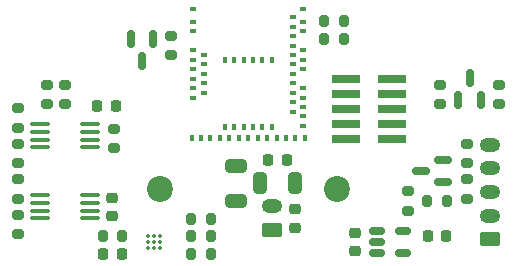
<source format=gts>
%TF.GenerationSoftware,KiCad,Pcbnew,9.0.7+1*%
%TF.CreationDate,2026-03-08T14:46:32+00:00*%
%TF.ProjectId,Test_5,54657374-5f35-42e6-9b69-6361645f7063,NO_TAG+ (Unreleased)*%
%TF.SameCoordinates,Original*%
%TF.FileFunction,Soldermask,Top*%
%TF.FilePolarity,Negative*%
%FSLAX46Y46*%
G04 Gerber Fmt 4.6, Leading zero omitted, Abs format (unit mm)*
G04 Created by KiCad (PCBNEW 9.0.7+1) date 2026-03-08 14:46:32*
%MOMM*%
%LPD*%
G01*
G04 APERTURE LIST*
G04 Aperture macros list*
%AMRoundRect*
0 Rectangle with rounded corners*
0 $1 Rounding radius*
0 $2 $3 $4 $5 $6 $7 $8 $9 X,Y pos of 4 corners*
0 Add a 4 corners polygon primitive as box body*
4,1,4,$2,$3,$4,$5,$6,$7,$8,$9,$2,$3,0*
0 Add four circle primitives for the rounded corners*
1,1,$1+$1,$2,$3*
1,1,$1+$1,$4,$5*
1,1,$1+$1,$6,$7*
1,1,$1+$1,$8,$9*
0 Add four rect primitives between the rounded corners*
20,1,$1+$1,$2,$3,$4,$5,0*
20,1,$1+$1,$4,$5,$6,$7,0*
20,1,$1+$1,$6,$7,$8,$9,0*
20,1,$1+$1,$8,$9,$2,$3,0*%
G04 Aperture macros list end*
%ADD10RoundRect,0.225000X-0.225000X-0.250000X0.225000X-0.250000X0.225000X0.250000X-0.225000X0.250000X0*%
%ADD11RoundRect,0.200000X-0.275000X0.200000X-0.275000X-0.200000X0.275000X-0.200000X0.275000X0.200000X0*%
%ADD12RoundRect,0.200000X0.200000X0.275000X-0.200000X0.275000X-0.200000X-0.275000X0.200000X-0.275000X0*%
%ADD13RoundRect,0.225000X0.250000X-0.225000X0.250000X0.225000X-0.250000X0.225000X-0.250000X-0.225000X0*%
%ADD14C,2.200000*%
%ADD15C,0.345000*%
%ADD16RoundRect,0.200000X0.275000X-0.200000X0.275000X0.200000X-0.275000X0.200000X-0.275000X-0.200000X0*%
%ADD17R,0.600000X0.400000*%
%ADD18R,0.400000X0.600000*%
%ADD19RoundRect,0.150000X-0.512500X-0.150000X0.512500X-0.150000X0.512500X0.150000X-0.512500X0.150000X0*%
%ADD20RoundRect,0.218750X-0.218750X-0.256250X0.218750X-0.256250X0.218750X0.256250X-0.218750X0.256250X0*%
%ADD21RoundRect,0.250000X-0.650000X0.325000X-0.650000X-0.325000X0.650000X-0.325000X0.650000X0.325000X0*%
%ADD22RoundRect,0.150000X0.587500X0.150000X-0.587500X0.150000X-0.587500X-0.150000X0.587500X-0.150000X0*%
%ADD23RoundRect,0.225000X0.225000X0.250000X-0.225000X0.250000X-0.225000X-0.250000X0.225000X-0.250000X0*%
%ADD24RoundRect,0.250000X-0.325000X-0.650000X0.325000X-0.650000X0.325000X0.650000X-0.325000X0.650000X0*%
%ADD25RoundRect,0.150000X-0.150000X0.587500X-0.150000X-0.587500X0.150000X-0.587500X0.150000X0.587500X0*%
%ADD26RoundRect,0.150000X0.150000X-0.587500X0.150000X0.587500X-0.150000X0.587500X-0.150000X-0.587500X0*%
%ADD27RoundRect,0.100000X-0.712500X-0.100000X0.712500X-0.100000X0.712500X0.100000X-0.712500X0.100000X0*%
%ADD28R,2.400000X0.740000*%
%ADD29RoundRect,0.225000X-0.250000X0.225000X-0.250000X-0.225000X0.250000X-0.225000X0.250000X0.225000X0*%
%ADD30RoundRect,0.200000X-0.200000X-0.275000X0.200000X-0.275000X0.200000X0.275000X-0.200000X0.275000X0*%
%ADD31RoundRect,0.250000X0.625000X-0.350000X0.625000X0.350000X-0.625000X0.350000X-0.625000X-0.350000X0*%
%ADD32O,1.750000X1.200000*%
G04 APERTURE END LIST*
D10*
%TO.C,C2*%
X10225000Y14000000D03*
X11775000Y14000000D03*
%TD*%
D11*
%TO.C,R9*%
X41500000Y10825000D03*
X41500000Y9175000D03*
%TD*%
D12*
%TO.C,R11*%
X31075000Y21250000D03*
X29425000Y21250000D03*
%TD*%
D11*
%TO.C,R6*%
X7500000Y15825000D03*
X7500000Y14175000D03*
%TD*%
D12*
%TO.C,R13*%
X19825000Y1500000D03*
X18175000Y1500000D03*
%TD*%
D11*
%TO.C,R18*%
X44250000Y15825000D03*
X44250000Y14175000D03*
%TD*%
%TO.C,R5*%
X3500000Y13825000D03*
X3500000Y12175000D03*
%TD*%
D13*
%TO.C,C8*%
X32000000Y1725000D03*
X32000000Y3275000D03*
%TD*%
D14*
%TO.C,REF\u002A\u002A*%
X15500000Y7000000D03*
%TD*%
D15*
%TO.C,U4*%
X15500000Y3000000D03*
X15500000Y2500000D03*
X15500000Y2000000D03*
X15000000Y3000000D03*
X15000000Y2500000D03*
X15000000Y2000000D03*
X14500000Y3000000D03*
X14500000Y2500000D03*
X14500000Y2000000D03*
%TD*%
D16*
%TO.C,R2*%
X3500000Y6175000D03*
X3500000Y7825000D03*
%TD*%
D11*
%TO.C,R19*%
X39250000Y15825000D03*
X39250000Y14175000D03*
%TD*%
D17*
%TO.C,U3*%
X18350000Y22250000D03*
X18350000Y21150000D03*
X18350000Y20350000D03*
X18350000Y18750000D03*
X19250000Y18350000D03*
X18350000Y17950000D03*
X19250000Y17550000D03*
X18350000Y17150000D03*
X19250000Y16750000D03*
X18350000Y16350000D03*
X19250000Y15950000D03*
X18350000Y15550000D03*
X19250000Y15150000D03*
X18350000Y14750000D03*
D18*
X18200000Y11350000D03*
X19000000Y11350000D03*
X19800000Y11350000D03*
X20600000Y11350000D03*
X21000000Y12250000D03*
X21400000Y11350000D03*
X21800000Y12250000D03*
X22200000Y11350000D03*
X22600000Y12250000D03*
X23000000Y11350000D03*
X23400000Y12250000D03*
X23800000Y11350000D03*
X24200000Y12250000D03*
X24600000Y11350000D03*
X25000000Y12250000D03*
X25400000Y11350000D03*
X26200000Y11350000D03*
X27000000Y11350000D03*
X27800000Y11350000D03*
D17*
X27650000Y12350000D03*
X27650000Y13150000D03*
X26750000Y13550000D03*
X27650000Y13950000D03*
X26750000Y14350000D03*
X27650000Y14750000D03*
X26750000Y15150000D03*
X27650000Y15550000D03*
X26750000Y15950000D03*
X26750000Y16750000D03*
X27650000Y17150000D03*
X26750000Y17550000D03*
X27650000Y17950000D03*
X26750000Y18350000D03*
X27650000Y18750000D03*
X26750000Y19150000D03*
X26750000Y19950000D03*
X27650000Y20350000D03*
X26750000Y20750000D03*
X27650000Y21150000D03*
X26750000Y21550000D03*
X27650000Y22250000D03*
D18*
X21000000Y17950000D03*
X21800000Y17950000D03*
X22600000Y17950000D03*
X23400000Y17950000D03*
X24200000Y17950000D03*
X25000000Y17950000D03*
%TD*%
D16*
%TO.C,R17*%
X36500000Y5175000D03*
X36500000Y6825000D03*
%TD*%
%TO.C,R3*%
X3500000Y3175000D03*
X3500000Y4825000D03*
%TD*%
D12*
%TO.C,R20*%
X19825000Y4500000D03*
X18175000Y4500000D03*
%TD*%
D19*
%TO.C,U5*%
X33862500Y3450000D03*
X33862500Y2500000D03*
X33862500Y1550000D03*
X36137500Y1550000D03*
X36137500Y3450000D03*
%TD*%
D12*
%TO.C,R12*%
X19825000Y3000000D03*
X18175000Y3000000D03*
%TD*%
D13*
%TO.C,C5*%
X27000000Y3725000D03*
X27000000Y5275000D03*
%TD*%
D20*
%TO.C,L1*%
X24712500Y9500000D03*
X26287500Y9500000D03*
%TD*%
D21*
%TO.C,C4*%
X22000000Y8975000D03*
X22000000Y6025000D03*
%TD*%
D14*
%TO.C,REF\u002A\u002A*%
X30500000Y7000000D03*
%TD*%
D11*
%TO.C,R8*%
X11612500Y12100000D03*
X11612500Y10450000D03*
%TD*%
D22*
%TO.C,Q2*%
X39500000Y7600000D03*
X39500000Y9500000D03*
X37625000Y8550000D03*
%TD*%
D23*
%TO.C,C6*%
X12275000Y1500000D03*
X10725000Y1500000D03*
%TD*%
D24*
%TO.C,C3*%
X24025000Y7500000D03*
X26975000Y7500000D03*
%TD*%
D25*
%TO.C,Q1*%
X14950000Y19687500D03*
X13050000Y19687500D03*
X14000000Y17812500D03*
%TD*%
D26*
%TO.C,Q3*%
X40800000Y14562500D03*
X42700000Y14562500D03*
X41750000Y16437500D03*
%TD*%
D27*
%TO.C,U2*%
X5387500Y12475000D03*
X5387500Y11825000D03*
X5387500Y11175000D03*
X5387500Y10525000D03*
X9612500Y10525000D03*
X9612500Y11175000D03*
X9612500Y11825000D03*
X9612500Y12475000D03*
%TD*%
D11*
%TO.C,R14*%
X41500000Y7825000D03*
X41500000Y6175000D03*
%TD*%
D23*
%TO.C,C7*%
X39775000Y3000000D03*
X38225000Y3000000D03*
%TD*%
D28*
%TO.C,J3*%
X31300000Y16290000D03*
X35200000Y16290000D03*
X31300000Y15020000D03*
X35200000Y15020000D03*
X31300000Y13750000D03*
X35200000Y13750000D03*
X31300000Y12480000D03*
X35200000Y12480000D03*
X31300000Y11210000D03*
X35200000Y11210000D03*
%TD*%
D29*
%TO.C,C1*%
X11500000Y6275000D03*
X11500000Y4725000D03*
%TD*%
D11*
%TO.C,R4*%
X3500000Y10825000D03*
X3500000Y9175000D03*
%TD*%
D16*
%TO.C,R1*%
X16500000Y18350000D03*
X16500000Y20000000D03*
%TD*%
D30*
%TO.C,R16*%
X38175000Y6000000D03*
X39825000Y6000000D03*
%TD*%
D11*
%TO.C,R7*%
X6000000Y15825000D03*
X6000000Y14175000D03*
%TD*%
D12*
%TO.C,R15*%
X12325000Y3000000D03*
X10675000Y3000000D03*
%TD*%
D27*
%TO.C,U1*%
X5387500Y6475000D03*
X5387500Y5825000D03*
X5387500Y5175000D03*
X5387500Y4525000D03*
X9612500Y4525000D03*
X9612500Y5175000D03*
X9612500Y5825000D03*
X9612500Y6475000D03*
%TD*%
D12*
%TO.C,R10*%
X31075000Y19750000D03*
X29425000Y19750000D03*
%TD*%
D31*
%TO.C,J2*%
X43500000Y2750000D03*
D32*
X43500000Y4750000D03*
X43500000Y6750000D03*
X43500000Y8750000D03*
X43500000Y10750000D03*
%TD*%
D31*
%TO.C,J1*%
X25050000Y3550000D03*
D32*
X25050000Y5550000D03*
%TD*%
M02*

</source>
